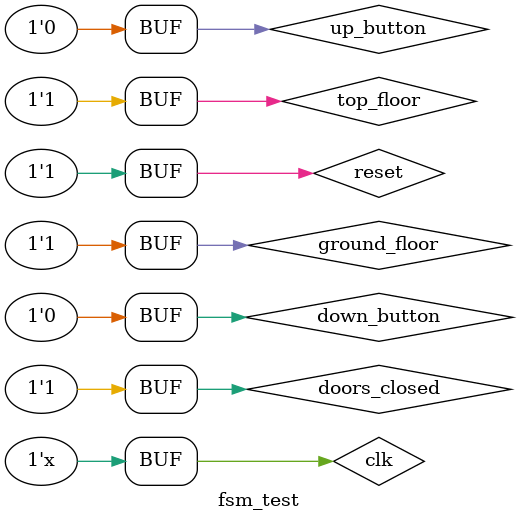
<source format=v>
module fsm_test;

  // Inputs
  reg clk;
  reg reset;
  reg up_button;
  reg down_button;
  reg doors_closed;
  reg top_floor;
  reg ground_floor;

  // Outputs
  wire [2:0] state;
  wire motor_on;
  wire motor_direction;
  wire fan_on;

  // Instantiate the Unit Under Test (UUT)
  fsm uut (
    .clk(clk), 
    .reset(reset), 
    .up_button(up_button), 
    .down_button(down_button), 
    .doors_closed(doors_closed), 
    .top_floor(top_floor), 
    .ground_floor(ground_floor), 
    .state(state), 
    .motor_on(motor_on), 
    .motor_direction(motor_direction), 
    .fan_on(fan_on)
  );

  initial begin
    // Initialize Inputs
    clk = 0;
    reset = 0;
    up_button = 0;
    down_button = 0;
    doors_closed = 0;
    top_floor = 0;
    ground_floor = 1;

    // Wait 100 ns for global reset to finish
    #100;
    
    // Deassert reset
    reset = 1;
    #100;
    
    // Press the up button
    up_button = 1;
    #100;
    
    // Close the doors
    doors_closed = 1;
    #100;
    
    // Release the up button
    up_button = 0;
    #100;
    
    // Reach the top floor
    top_floor = 1;
    #100;
    
    // Press the down button
    down_button = 1;
    #100;
    
    // Close the doors
    doors_closed = 1;
    #100;
    
    // Release the down button
    down_button = 0;
    #100;
    
    // Reach the ground floor
    ground_floor = 1;
    #100;
  end
  
  // Generate clock
  always #10 clk = ~clk;

endmodule

</source>
